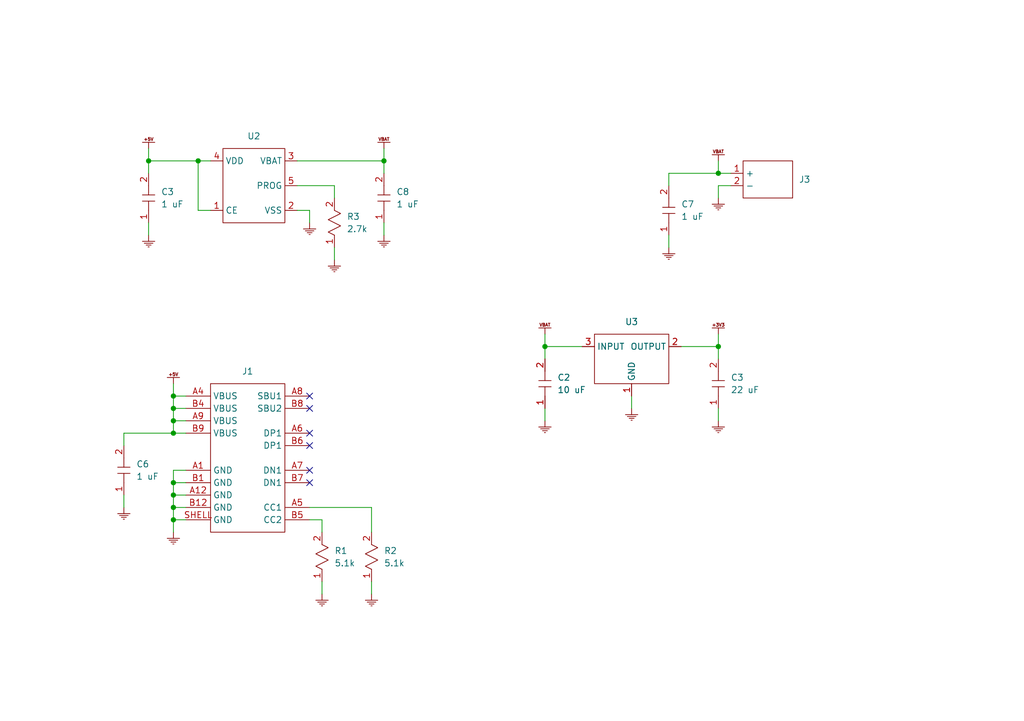
<source format=kicad_sch>
(kicad_sch (version 20230121) (generator eeschema)
  (paper "A5")
  (lib_symbols
    (symbol "zandmd:+3V3" (power) (pin_names (offset 0))
      (symbol "+3V3_0_1"
        (polyline (pts (xy -1.27 1.27) (xy 1.27 1.27)))
        (polyline (pts (xy 0 0) (xy 0 1.27)))
      )
      (symbol "+3V3_1_1"
        (text "+3V3" (at 0 1.905 0) (effects (font (size 0.635 0.635))))
        (pin power_in line (at 0 0 90) (length 0) hide (name "+3V3") (number "1"))
      )
    )
    (symbol "zandmd:+5V" (power) (pin_names (offset 0))
      (symbol "+5V_0_1"
        (polyline (pts (xy -1.27 1.27) (xy 1.27 1.27)))
        (polyline (pts (xy 0 0) (xy 0 1.27)))
      )
      (symbol "+5V_1_1"
        (text "+5V" (at 0 1.905 0) (effects (font (size 0.635 0.635))))
        (pin power_in line (at 0 0 90) (length 0) hide (name "+5V") (number "1"))
      )
    )
    (symbol "zandmd:AZ1117IH-3.3TRG1"
      (property "Reference" "U" (at 0 0 0))
      (symbol "AZ1117IH-3.3TRG1_0_1"
        (rectangle (start 2.54 12.7) (end 17.78 2.54))
      )
      (symbol "AZ1117IH-3.3TRG1_1_1"
        (pin passive line (at 10.16 0 90) (length 2.54) (name "GND") (number "1"))
        (pin power_out line (at 20.32 10.16 180) (length 2.54) (name "OUTPUT") (number "2"))
        (pin power_in line (at 0 10.16 0) (length 2.54) (name "INPUT") (number "3"))
      )
    )
    (symbol "zandmd:CAPACITOR" (pin_names (offset 0))
      (property "Reference" "C" (at 0 0 0))
      (property "Value" "C" (at 0 0 0))
      (symbol "CAPACITOR_0_1"
        (polyline (pts (xy 2.54 0) (xy 4.445 0)))
        (polyline (pts (xy 4.445 1.27) (xy 4.445 -1.27)))
        (polyline (pts (xy 5.715 1.27) (xy 5.715 -1.27)))
        (polyline (pts (xy 7.62 0) (xy 5.715 0)))
      )
      (symbol "CAPACITOR_1_1"
        (pin passive line (at 0 0 0) (length 2.54) (name "") (number "1"))
        (pin passive line (at 10.16 0 180) (length 2.54) (name "") (number "2"))
      )
    )
    (symbol "zandmd:GND" (power) (pin_names (offset 0))
      (symbol "GND_0_1"
        (polyline (pts (xy -1.27 -1.27) (xy 1.27 -1.27)))
        (polyline (pts (xy -0.889 -1.651) (xy 0.889 -1.651)))
        (polyline (pts (xy -0.508 -2.032) (xy 0.508 -2.032)))
        (polyline (pts (xy -0.127 -2.413) (xy 0.127 -2.413)))
        (polyline (pts (xy 0 0) (xy 0 -1.27)))
      )
      (symbol "GND_1_1"
        (pin power_in line (at 0 0 270) (length 0) hide (name "GND") (number "1"))
      )
    )
    (symbol "zandmd:MCP73812T-420I/OT"
      (property "Reference" "U" (at 0 0 0))
      (symbol "MCP73812T-420I/OT_0_1"
        (rectangle (start 2.54 15.24) (end 15.24 0))
      )
      (symbol "MCP73812T-420I/OT_1_1"
        (pin input line (at 0 2.54 0) (length 2.54) (name "CE") (number "1"))
        (pin passive line (at 17.78 2.54 180) (length 2.54) (name "VSS") (number "2"))
        (pin power_out line (at 17.78 12.7 180) (length 2.54) (name "VBAT") (number "3"))
        (pin power_in line (at 0 12.7 0) (length 2.54) (name "VDD") (number "4"))
        (pin passive line (at 17.78 7.62 180) (length 2.54) (name "PROG") (number "5"))
      )
    )
    (symbol "zandmd:RESISTOR" (pin_names (offset 0))
      (property "Reference" "R" (at 0 0 0))
      (property "Value" "R" (at 0 0 0))
      (symbol "RESISTOR_0_1"
        (polyline (pts (xy 2.54 0) (xy 3.175 1.27) (xy 4.445 -1.27) (xy 5.715 1.27) (xy 6.985 -1.27) (xy 7.62 0)))
      )
      (symbol "RESISTOR_1_1"
        (pin passive line (at 0 0 0) (length 2.54) (name "") (number "1"))
        (pin passive line (at 10.16 0 180) (length 2.54) (name "") (number "2"))
      )
    )
    (symbol "zandmd:S2B-PH-K-S"
      (property "Reference" "J" (at 0 0 0))
      (symbol "S2B-PH-K-S_0_1"
        (rectangle (start 2.54 7.62) (end 12.7 0))
      )
      (symbol "S2B-PH-K-S_1_1"
        (pin unspecified line (at 0 5.08 0) (length 2.54) (name "P1") (number "1") (alternate "+" power_out line))
        (pin unspecified line (at 0 2.54 0) (length 2.54) (name "P2") (number "2") (alternate "-" passive line))
      )
    )
    (symbol "zandmd:USB4520-03-0-A"
      (property "Reference" "J" (at 0 0 0))
      (symbol "USB4520-03-0-A_0_1"
        (rectangle (start 5.08 30.48) (end 20.32 0))
      )
      (symbol "USB4520-03-0-A_1_1"
        (pin passive line (at 0 12.7 0) (length 5.08) (name "GND") (number "A1"))
        (pin passive line (at 0 7.62 0) (length 5.08) (name "GND") (number "A12"))
        (pin power_in line (at 0 27.94 0) (length 5.08) (name "VBUS") (number "A4"))
        (pin input line (at 25.4 5.08 180) (length 5.08) (name "CC1") (number "A5"))
        (pin bidirectional line (at 25.4 20.32 180) (length 5.08) (name "DP1") (number "A6"))
        (pin bidirectional line (at 25.4 12.7 180) (length 5.08) (name "DN1") (number "A7"))
        (pin bidirectional line (at 25.4 27.94 180) (length 5.08) (name "SBU1") (number "A8"))
        (pin power_in line (at 0 22.86 0) (length 5.08) (name "VBUS") (number "A9"))
        (pin passive line (at 0 10.16 0) (length 5.08) (name "GND") (number "B1"))
        (pin passive line (at 0 5.08 0) (length 5.08) (name "GND") (number "B12"))
        (pin power_in line (at 0 25.4 0) (length 5.08) (name "VBUS") (number "B4"))
        (pin input line (at 25.4 2.54 180) (length 5.08) (name "CC2") (number "B5"))
        (pin bidirectional line (at 25.4 17.78 180) (length 5.08) (name "DP1") (number "B6"))
        (pin bidirectional line (at 25.4 10.16 180) (length 5.08) (name "DN1") (number "B7"))
        (pin bidirectional line (at 25.4 25.4 180) (length 5.08) (name "SBU2") (number "B8"))
        (pin power_in line (at 0 20.32 0) (length 5.08) (name "VBUS") (number "B9"))
        (pin passive line (at 0 2.54 0) (length 5.08) (name "GND") (number "SHELL"))
      )
    )
    (symbol "zandmd:VBAT" (power) (pin_names (offset 0))
      (symbol "VBAT_0_1"
        (polyline (pts (xy -1.27 1.27) (xy 1.27 1.27)))
        (polyline (pts (xy 0 0) (xy 0 1.27)))
      )
      (symbol "VBAT_1_1"
        (text "VBAT" (at 0 1.905 0) (effects (font (size 0.635 0.635))))
        (pin power_in line (at 0 0 90) (length 0) hide (name "VBAT") (number "1"))
      )
    )
  )
  (junction (at 35.56 101.6))
  (junction (at 30.48 33.02))
  (junction (at 35.56 81.28))
  (junction (at 111.76 71.12))
  (junction (at 35.56 88.9))
  (junction (at 35.56 99.06))
  (junction (at 35.56 104.14))
  (junction (at 147.32 71.12))
  (junction (at 147.32 35.56))
  (junction (at 35.56 86.36))
  (junction (at 35.56 83.82))
  (junction (at 78.74 33.02))
  (junction (at 35.56 106.68))
  (junction (at 40.64 33.02))
  (no_connect (at 63.5 81.28))
  (no_connect (at 63.5 99.06))
  (no_connect (at 63.5 96.52))
  (no_connect (at 63.5 88.9))
  (no_connect (at 63.5 83.82))
  (no_connect (at 63.5 91.44))
  (wire (pts (xy 111.76 83.82) (xy 111.76 86.36)))
  (wire (pts (xy 35.56 78.74) (xy 35.56 81.28)))
  (wire (pts (xy 30.48 45.72) (xy 30.48 48.26)))
  (wire (pts (xy 35.56 81.28) (xy 35.56 83.82)))
  (wire (pts (xy 111.76 71.12) (xy 111.76 73.66)))
  (wire (pts (xy 38.1 88.9) (xy 35.56 88.9)))
  (wire (pts (xy 25.4 88.9) (xy 35.56 88.9)))
  (wire (pts (xy 66.04 119.38) (xy 66.04 121.92)))
  (wire (pts (xy 63.5 104.14) (xy 76.2 104.14)))
  (wire (pts (xy 35.56 86.36) (xy 35.56 88.9)))
  (wire (pts (xy 78.74 35.56) (xy 78.74 33.02)))
  (wire (pts (xy 147.32 83.82) (xy 147.32 86.36)))
  (wire (pts (xy 76.2 104.14) (xy 76.2 109.22)))
  (wire (pts (xy 60.96 33.02) (xy 78.74 33.02)))
  (wire (pts (xy 35.56 83.82) (xy 35.56 86.36)))
  (wire (pts (xy 35.56 96.52) (xy 35.56 99.06)))
  (wire (pts (xy 66.04 109.22) (xy 66.04 106.68)))
  (wire (pts (xy 25.4 91.44) (xy 25.4 88.9)))
  (wire (pts (xy 63.5 106.68) (xy 66.04 106.68)))
  (wire (pts (xy 25.4 101.6) (xy 25.4 104.14)))
  (wire (pts (xy 149.86 38.1) (xy 147.32 38.1)))
  (wire (pts (xy 139.7 71.12) (xy 147.32 71.12)))
  (wire (pts (xy 147.32 38.1) (xy 147.32 40.64)))
  (wire (pts (xy 35.56 104.14) (xy 38.1 104.14)))
  (wire (pts (xy 78.74 45.72) (xy 78.74 48.26)))
  (wire (pts (xy 35.56 83.82) (xy 38.1 83.82)))
  (wire (pts (xy 30.48 35.56) (xy 30.48 33.02)))
  (wire (pts (xy 111.76 68.58) (xy 111.76 71.12)))
  (wire (pts (xy 30.48 30.48) (xy 30.48 33.02)))
  (wire (pts (xy 60.96 38.1) (xy 68.58 38.1)))
  (wire (pts (xy 68.58 40.64) (xy 68.58 38.1)))
  (wire (pts (xy 35.56 101.6) (xy 35.56 104.14)))
  (wire (pts (xy 137.16 48.26) (xy 137.16 50.8)))
  (wire (pts (xy 147.32 33.02) (xy 147.32 35.56)))
  (wire (pts (xy 35.56 81.28) (xy 38.1 81.28)))
  (wire (pts (xy 35.56 86.36) (xy 38.1 86.36)))
  (wire (pts (xy 35.56 101.6) (xy 38.1 101.6)))
  (wire (pts (xy 35.56 99.06) (xy 35.56 101.6)))
  (wire (pts (xy 38.1 96.52) (xy 35.56 96.52)))
  (wire (pts (xy 43.18 33.02) (xy 40.64 33.02)))
  (wire (pts (xy 129.54 81.28) (xy 129.54 83.82)))
  (wire (pts (xy 147.32 68.58) (xy 147.32 71.12)))
  (wire (pts (xy 147.32 71.12) (xy 147.32 73.66)))
  (wire (pts (xy 78.74 30.48) (xy 78.74 33.02)))
  (wire (pts (xy 119.38 71.12) (xy 111.76 71.12)))
  (wire (pts (xy 35.56 106.68) (xy 35.56 109.22)))
  (wire (pts (xy 40.64 43.18) (xy 43.18 43.18)))
  (wire (pts (xy 40.64 33.02) (xy 40.64 43.18)))
  (wire (pts (xy 63.5 45.72) (xy 63.5 43.18)))
  (wire (pts (xy 30.48 33.02) (xy 40.64 33.02)))
  (wire (pts (xy 76.2 119.38) (xy 76.2 121.92)))
  (wire (pts (xy 147.32 35.56) (xy 137.16 35.56)))
  (wire (pts (xy 137.16 35.56) (xy 137.16 38.1)))
  (wire (pts (xy 60.96 43.18) (xy 63.5 43.18)))
  (wire (pts (xy 35.56 104.14) (xy 35.56 106.68)))
  (wire (pts (xy 149.86 35.56) (xy 147.32 35.56)))
  (wire (pts (xy 35.56 106.68) (xy 38.1 106.68)))
  (wire (pts (xy 35.56 99.06) (xy 38.1 99.06)))
  (wire (pts (xy 68.58 50.8) (xy 68.58 53.34)))
  (symbol (lib_id "zandmd:+5V") (at 30.48 30.48 0) (unit 1)
    (property "Reference" "#PWR043" (effects hide))
    (property "Value" "+5V" (effects hide))
  )
  (symbol (lib_id "zandmd:AZ1117IH-3.3TRG1") (at 119.38 81.28 0) (unit 1)
    (property "Reference" "U3" (at 129.54 66.04 0))
    (property "Value" "AZ1117IH-3.3TRG1" (effects hide))
    (property "Footprint" "zandmd:AZ1117IH-3.3TRG1" (effects hide))
    (property "Datasheet" "https://www.diodes.com/assets/Datasheets/AZ1117I.pdf" (effects hide))
    (property "Sim.Enable" "0" (effects hide))
    (instances (project "tv-source-switcher" (path "" (reference "U3") (unit 1))) (project "neopixel-controller" (path "" (reference "U2") (unit 1))) (project "pinewood-derby-car" (path "" (reference "U3") (unit 1))))
  )
  (symbol (lib_id "zandmd:CAPACITOR") (at 111.76 83.82 90) (unit 1)
    (property "Reference" "C2" (at 114.3 77.47 90) (effects (justify right)))
    (property "Value" "10 uF" (at 114.3 80.01 90) (effects (justify right)))
    (property "Footprint" "zandmd:PASSIVE-NPOL-0805" (effects hide))
    (property "Sim.Device" "C" (effects hide))
    (property "Sim.Pins" "1=+ 2=-" (effects hide))
    (instances (project "tv-source-switcher" (path "" (reference "C2") (unit 1))) (project "neopixel-controller" (path "" (reference "C2") (unit 1))) (project "pinewood-derby-car" (path "" (reference "C9") (unit 1))))
  )
  (symbol (lib_id "zandmd:GND") (at 35.56 109.22 0) (unit 1)
    (property "Reference" "#PWR038" (effects hide))
    (property "Value" "GND" (effects hide))
  )
  (symbol (lib_id "zandmd:CAPACITOR") (at 137.16 48.26 90) (unit 1)
    (property "Reference" "C7" (at 139.7 41.91 90) (effects (justify right)))
    (property "Value" "1 uF" (at 139.7 44.45 90) (effects (justify right)))
    (property "Footprint" "zandmd:PASSIVE-NPOL-0805" (effects hide))
    (property "Sim.Device" "C" (effects hide))
    (property "Sim.Pins" "1=+ 2=-" (effects hide))
  )
  (symbol (lib_id "zandmd:+5V") (at 35.56 78.74 0) (unit 1)
    (property "Reference" "#PWR039" (effects hide))
    (property "Value" "+5V" (effects hide))
  )
  (symbol (lib_id "zandmd:GND") (at 63.5 45.72 0) (unit 1)
    (property "Reference" "#PWR042" (effects hide))
    (property "Value" "GND" (effects hide))
  )
  (symbol (lib_id "zandmd:USB4520-03-0-A") (at 38.1 109.22 0) (unit 1)
    (property "Reference" "J1" (at 50.8 76.2 0))
    (property "Value" "USB4520-03-0-A" (effects hide))
    (property "Footprint" "zandmd:USB4520-03-0-A" (effects hide))
    (property "Datasheet" "https://gct.co/files/drawings/usb4520.pdf" (effects hide))
    (property "Sim.Enable" "0" (effects hide))
  )
  (symbol (lib_id "zandmd:CAPACITOR") (at 78.74 45.72 90) (unit 1)
    (property "Reference" "C8" (at 81.28 39.37 90) (effects (justify right)))
    (property "Value" "1 uF" (at 81.28 41.91 90) (effects (justify right)))
    (property "Footprint" "zandmd:PASSIVE-NPOL-0805" (effects hide))
    (property "Sim.Device" "C" (effects hide))
    (property "Sim.Pins" "1=+ 2=-" (effects hide))
  )
  (symbol (lib_id "zandmd:S2B-PH-K-S") (at 149.86 40.64 0) (unit 1)
    (property "Reference" "J3" (at 163.83 36.83 0) (effects (justify left)))
    (property "Value" "S2B-PH-K-S" (effects hide))
    (property "Footprint" "zandmd:S2B-PH-K-S" (effects hide))
    (property "Datasheet" "https://www.jst-mfg.com/product/pdf/eng/ePH.pdf" (effects hide))
    (property "Sim.Enable" "0" (effects hide))
    (pin "1" (alternate "+"))
    (pin "2" (alternate "-"))
  )
  (symbol (lib_id "zandmd:VBAT") (at 78.74 30.48 0) (unit 1)
    (property "Reference" "#PWR045" (effects hide))
    (property "Value" "VBAT" (effects hide))
  )
  (symbol (lib_id "zandmd:GND") (at 137.16 50.8 0) (unit 1)
    (property "Reference" "#PWR049" (effects hide))
    (property "Value" "GND" (effects hide))
  )
  (symbol (lib_id "zandmd:CAPACITOR") (at 147.32 83.82 90) (unit 1)
    (property "Reference" "C3" (at 149.86 77.47 90) (effects (justify right)))
    (property "Value" "22 uF" (at 149.86 80.01 90) (effects (justify right)))
    (property "Footprint" "zandmd:PASSIVE-NPOL-0805" (effects hide))
    (property "Sim.Device" "C" (effects hide))
    (property "Sim.Pins" "1=+ 2=-" (effects hide))
    (instances (project "tv-source-switcher" (path "" (reference "C3") (unit 1))) (project "neopixel-controller" (path "" (reference "C3") (unit 1))) (project "pinewood-derby-car" (path "" (reference "C4") (unit 1))))
  )
  (symbol (lib_id "zandmd:GND") (at 111.76 86.36 0) (unit 1)
    (property "Reference" "#PWR081" (effects hide))
    (property "Value" "GND" (effects hide))
    (instances (project "tv-source-switcher" (path "" (reference "#PWR081") (unit 1))) (project "neopixel-controller" (path "" (reference "#PWR038") (unit 1))) (project "pinewood-derby-car" (path "" (reference "#PWR051") (unit 1))))
  )
  (symbol (lib_id "zandmd:GND") (at 76.2 121.92 0) (unit 1)
    (property "Reference" "#PWR037" (effects hide))
    (property "Value" "GND" (effects hide))
  )
  (symbol (lib_id "zandmd:GND") (at 147.32 86.36 0) (unit 1)
    (property "Reference" "#PWR084" (effects hide))
    (property "Value" "GND" (effects hide))
    (instances (project "tv-source-switcher" (path "" (reference "#PWR084") (unit 1))) (project "neopixel-controller" (path "" (reference "#PWR040") (unit 1))) (project "pinewood-derby-car" (path "" (reference "#PWR054") (unit 1))))
  )
  (symbol (lib_id "zandmd:MCP73812T-420I/OT") (at 43.18 45.72 0) (unit 1)
    (property "Reference" "U2" (at 52.07 27.94 0))
    (property "Value" "MCP73812T-420I/OT" (effects hide))
    (property "Footprint" "zandmd:MCP73812T-420IOT" (effects hide))
    (property "Datasheet" "https://ww1.microchip.com/downloads/en/DeviceDoc/22036b.pdf" (effects hide))
    (property "Sim.Enable" "0" (effects hide))
  )
  (symbol (lib_id "zandmd:RESISTOR") (at 76.2 119.38 90) (unit 1)
    (property "Reference" "R2" (at 78.74 113.03 90) (effects (justify right)))
    (property "Value" "5.1k" (at 78.74 115.57 90) (effects (justify right)))
    (property "Footprint" "zandmd:PASSIVE-NPOL-0805" (effects hide))
    (property "Sim.Device" "R" (effects hide))
    (property "Sim.Pins" "1=+ 2=-" (effects hide))
  )
  (symbol (lib_id "zandmd:GND") (at 66.04 121.92 0) (unit 1)
    (property "Reference" "#PWR036" (effects hide))
    (property "Value" "GND" (effects hide))
  )
  (symbol (lib_id "zandmd:RESISTOR") (at 68.58 50.8 90) (unit 1)
    (property "Reference" "R3" (at 71.12 44.45 90) (effects (justify right)))
    (property "Value" "2.7k" (at 71.12 46.99 90) (effects (justify right)))
    (property "Footprint" "zandmd:PASSIVE-NPOL-0805" (effects hide))
    (property "Sim.Device" "R" (effects hide))
    (property "Sim.Pins" "1=+ 2=-" (effects hide))
  )
  (symbol (lib_id "zandmd:RESISTOR") (at 66.04 119.38 90) (unit 1)
    (property "Reference" "R1" (at 68.58 113.03 90) (effects (justify right)))
    (property "Value" "5.1k" (at 68.58 115.57 90) (effects (justify right)))
    (property "Footprint" "zandmd:PASSIVE-NPOL-0805" (effects hide))
    (property "Sim.Device" "R" (effects hide))
    (property "Sim.Pins" "1=+ 2=-" (effects hide))
  )
  (symbol (lib_id "zandmd:GND") (at 129.54 83.82 0) (unit 1)
    (property "Reference" "#PWR082" (effects hide))
    (property "Value" "GND" (effects hide))
    (instances (project "tv-source-switcher" (path "" (reference "#PWR082") (unit 1))) (project "neopixel-controller" (path "" (reference "#PWR039") (unit 1))) (project "pinewood-derby-car" (path "" (reference "#PWR052") (unit 1))))
  )
  (symbol (lib_id "zandmd:GND") (at 68.58 53.34 0) (unit 1)
    (property "Reference" "#PWR044" (effects hide))
    (property "Value" "GND" (effects hide))
  )
  (symbol (lib_id "zandmd:VBAT") (at 147.32 33.02 0) (unit 1)
    (property "Reference" "#PWR047" (effects hide))
    (property "Value" "VBAT" (effects hide))
  )
  (symbol (lib_id "zandmd:+3V3") (at 147.32 68.58 0) (unit 1)
    (property "Reference" "#PWR083" (effects hide))
    (property "Value" "+3V3" (effects hide))
    (instances (project "tv-source-switcher" (path "" (reference "#PWR083") (unit 1))) (project "neopixel-controller" (path "" (reference "#PWR042") (unit 1))) (project "pinewood-derby-car" (path "" (reference "#PWR053") (unit 1))))
  )
  (symbol (lib_id "zandmd:VBAT") (at 111.76 68.58 0) (unit 1)
    (property "Reference" "#PWR050" (effects hide))
    (property "Value" "VBAT" (effects hide))
  )
  (symbol (lib_id "zandmd:GND") (at 78.74 48.26 0) (unit 1)
    (property "Reference" "#PWR046" (effects hide))
    (property "Value" "GND" (effects hide))
  )
  (symbol (lib_id "zandmd:GND") (at 25.4 104.14 0) (unit 1)
    (property "Reference" "#PWR040" (effects hide))
    (property "Value" "GND" (effects hide))
  )
  (symbol (lib_id "zandmd:GND") (at 30.48 48.26 0) (unit 1)
    (property "Reference" "#PWR041" (effects hide))
    (property "Value" "GND" (effects hide))
  )
  (symbol (lib_id "zandmd:CAPACITOR") (at 25.4 101.6 90) (unit 1)
    (property "Reference" "C6" (at 27.94 95.25 90) (effects (justify right)))
    (property "Value" "1 uF" (at 27.94 97.79 90) (effects (justify right)))
    (property "Footprint" "zandmd:PASSIVE-NPOL-0805" (effects hide))
    (property "Sim.Device" "C" (effects hide))
    (property "Sim.Pins" "1=+ 2=-" (effects hide))
  )
  (symbol (lib_id "zandmd:CAPACITOR") (at 30.48 45.72 90) (unit 1)
    (property "Reference" "C3" (at 33.02 39.37 90) (effects (justify right)))
    (property "Value" "1 uF" (at 33.02 41.91 90) (effects (justify right)))
    (property "Footprint" "zandmd:PASSIVE-NPOL-0805" (effects hide))
    (property "Sim.Device" "C" (effects hide))
    (property "Sim.Pins" "1=+ 2=-" (effects hide))
  )
  (symbol (lib_id "zandmd:GND") (at 147.32 40.64 0) (unit 1)
    (property "Reference" "#PWR048" (effects hide))
    (property "Value" "GND" (effects hide))
  )
)
</source>
